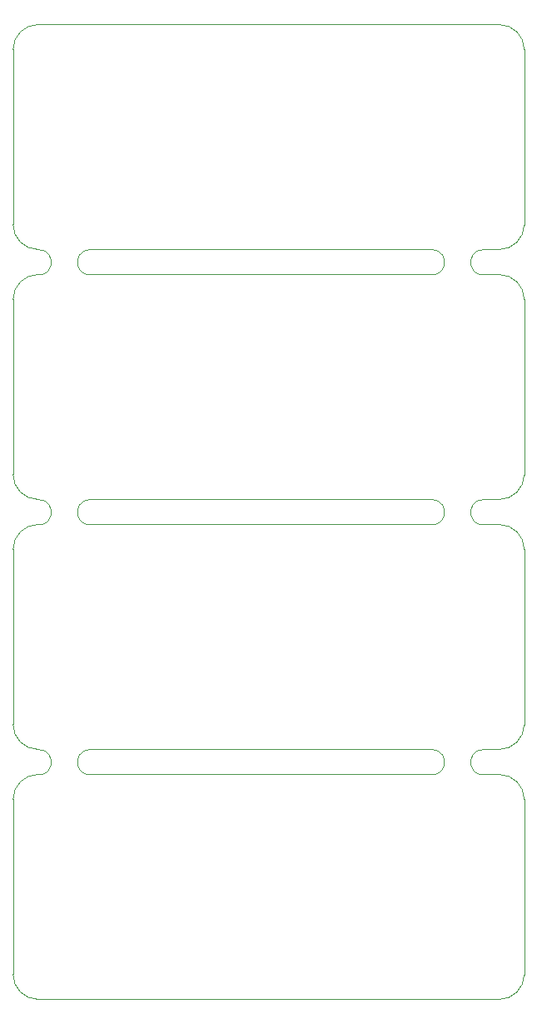
<source format=gbr>
G04 #@! TF.GenerationSoftware,KiCad,Pcbnew,(5.1.2)-1*
G04 #@! TF.CreationDate,2019-07-17T11:56:10+10:00*
G04 #@! TF.ProjectId,output.panel,6f757470-7574-42e7-9061-6e656c2e6b69,rev?*
G04 #@! TF.SameCoordinates,Original*
G04 #@! TF.FileFunction,Profile,NP*
%FSLAX46Y46*%
G04 Gerber Fmt 4.6, Leading zero omitted, Abs format (unit mm)*
G04 Created by KiCad (PCBNEW (5.1.2)-1) date 2019-07-17 11:56:10*
%MOMM*%
%LPD*%
G04 APERTURE LIST*
%ADD10C,0.050000*%
%ADD11C,0.100000*%
G04 APERTURE END LIST*
D10*
X95272201Y-146685001D02*
X48365001Y-146685001D01*
X48365001Y-47625001D02*
X95272201Y-47625001D01*
D11*
X48499997Y-121285001D02*
X48365001Y-121285001D01*
X48499997Y-123825001D02*
X48365001Y-123825001D01*
X48499997Y-123825001D02*
X48599650Y-123816675D01*
X48499997Y-121285001D02*
X48599650Y-121293327D01*
X48599650Y-123816675D02*
X48698264Y-123800081D01*
X48599650Y-121293327D02*
X48698264Y-121309921D01*
X48698264Y-123800081D02*
X48795154Y-123775334D01*
X48698264Y-121309921D02*
X48795154Y-121334668D01*
X48795154Y-123775334D02*
X48889647Y-123742606D01*
X48795154Y-121334668D02*
X48889647Y-121367396D01*
X48889647Y-123742606D02*
X48981087Y-123702124D01*
X48889647Y-121367396D02*
X48981087Y-121407878D01*
X48981087Y-123702124D02*
X49068839Y-123654169D01*
X48981087Y-121407878D02*
X49068839Y-121455833D01*
X49068839Y-123654169D02*
X49152294Y-123599074D01*
X49068839Y-121455833D02*
X49152294Y-121510928D01*
X49152294Y-123599074D02*
X49230872Y-123537222D01*
X49152294Y-121510928D02*
X49230872Y-121572780D01*
X49230872Y-123537222D02*
X49304027Y-123469042D01*
X49230872Y-121572780D02*
X49304027Y-121640960D01*
X49304027Y-123469042D02*
X49371251Y-123395008D01*
X49304027Y-121640960D02*
X49371251Y-121714994D01*
X49371251Y-123395008D02*
X49432077Y-123315634D01*
X49371251Y-121714994D02*
X49432077Y-121794368D01*
X49432077Y-123315634D02*
X49486083Y-123231471D01*
X49432077Y-121794368D02*
X49486083Y-121878531D01*
X49486083Y-123231471D02*
X49532894Y-123143104D01*
X49486083Y-121878531D02*
X49532894Y-121966898D01*
X49532894Y-123143104D02*
X49572185Y-123051146D01*
X49532894Y-121966898D02*
X49572185Y-122058856D01*
X49572185Y-123051146D02*
X49603683Y-122956236D01*
X49572185Y-122058856D02*
X49603683Y-122153766D01*
X49603683Y-122956236D02*
X49627169Y-122859033D01*
X49603683Y-122153766D02*
X49627169Y-122250969D01*
X49627169Y-122859033D02*
X49642480Y-122760212D01*
X49627169Y-122250969D02*
X49642480Y-122349790D01*
X49642480Y-122760212D02*
X49649510Y-122660459D01*
X49642480Y-122349790D02*
X49649510Y-122449543D01*
X49649510Y-122449543D02*
X49649510Y-122660459D01*
X53500050Y-123825001D02*
X53400397Y-123816675D01*
X53500050Y-121285001D02*
X53400397Y-121293327D01*
X53400397Y-123816675D02*
X53301783Y-123800081D01*
X53400397Y-121293327D02*
X53301783Y-121309921D01*
X53301783Y-123800081D02*
X53204893Y-123775334D01*
X53301783Y-121309921D02*
X53204893Y-121334668D01*
X53204893Y-123775334D02*
X53110400Y-123742606D01*
X53204893Y-121334668D02*
X53110400Y-121367396D01*
X53110400Y-123742606D02*
X53018960Y-123702124D01*
X53110400Y-121367396D02*
X53018960Y-121407878D01*
X53018960Y-123702124D02*
X52931208Y-123654169D01*
X53018960Y-121407878D02*
X52931208Y-121455833D01*
X52931208Y-123654169D02*
X52847753Y-123599074D01*
X52931208Y-121455833D02*
X52847753Y-121510928D01*
X52847753Y-123599074D02*
X52769175Y-123537222D01*
X52847753Y-121510928D02*
X52769175Y-121572780D01*
X52769175Y-123537222D02*
X52696020Y-123469042D01*
X52769175Y-121572780D02*
X52696020Y-121640960D01*
X52696020Y-123469042D02*
X52628796Y-123395008D01*
X52696020Y-121640960D02*
X52628796Y-121714994D01*
X52628796Y-123395008D02*
X52567970Y-123315634D01*
X52628796Y-121714994D02*
X52567970Y-121794368D01*
X52567970Y-123315634D02*
X52513964Y-123231471D01*
X52567970Y-121794368D02*
X52513964Y-121878531D01*
X52513964Y-123231471D02*
X52467153Y-123143104D01*
X52513964Y-121878531D02*
X52467153Y-121966898D01*
X52467153Y-123143104D02*
X52427862Y-123051146D01*
X52467153Y-121966898D02*
X52427862Y-122058856D01*
X52427862Y-123051146D02*
X52396364Y-122956236D01*
X52427862Y-122058856D02*
X52396364Y-122153766D01*
X52396364Y-122956236D02*
X52372878Y-122859033D01*
X52396364Y-122153766D02*
X52372878Y-122250969D01*
X52372878Y-122859033D02*
X52357567Y-122760212D01*
X52372878Y-122250969D02*
X52357567Y-122349790D01*
X52357567Y-122760212D02*
X52350537Y-122660459D01*
X52357567Y-122349790D02*
X52350537Y-122449543D01*
X52350537Y-122449543D02*
X52350537Y-122660459D01*
X48499997Y-95885001D02*
X48365001Y-95885001D01*
X48499997Y-98425001D02*
X48365001Y-98425001D01*
X48499997Y-98425001D02*
X48599650Y-98416675D01*
X48499997Y-95885001D02*
X48599650Y-95893327D01*
X48599650Y-98416675D02*
X48698264Y-98400081D01*
X48599650Y-95893327D02*
X48698264Y-95909921D01*
X48698264Y-98400081D02*
X48795154Y-98375334D01*
X48698264Y-95909921D02*
X48795154Y-95934668D01*
X48795154Y-98375334D02*
X48889647Y-98342606D01*
X48795154Y-95934668D02*
X48889647Y-95967396D01*
X48889647Y-98342606D02*
X48981087Y-98302124D01*
X48889647Y-95967396D02*
X48981087Y-96007878D01*
X48981087Y-98302124D02*
X49068839Y-98254169D01*
X48981087Y-96007878D02*
X49068839Y-96055833D01*
X49068839Y-98254169D02*
X49152294Y-98199074D01*
X49068839Y-96055833D02*
X49152294Y-96110928D01*
X49152294Y-98199074D02*
X49230872Y-98137222D01*
X49152294Y-96110928D02*
X49230872Y-96172780D01*
X49230872Y-98137222D02*
X49304027Y-98069042D01*
X49230872Y-96172780D02*
X49304027Y-96240960D01*
X49304027Y-98069042D02*
X49371251Y-97995008D01*
X49304027Y-96240960D02*
X49371251Y-96314994D01*
X49371251Y-97995008D02*
X49432077Y-97915634D01*
X49371251Y-96314994D02*
X49432077Y-96394368D01*
X49432077Y-97915634D02*
X49486083Y-97831471D01*
X49432077Y-96394368D02*
X49486083Y-96478531D01*
X49486083Y-97831471D02*
X49532894Y-97743104D01*
X49486083Y-96478531D02*
X49532894Y-96566898D01*
X49532894Y-97743104D02*
X49572185Y-97651146D01*
X49532894Y-96566898D02*
X49572185Y-96658856D01*
X49572185Y-97651146D02*
X49603683Y-97556236D01*
X49572185Y-96658856D02*
X49603683Y-96753766D01*
X49603683Y-97556236D02*
X49627169Y-97459033D01*
X49603683Y-96753766D02*
X49627169Y-96850969D01*
X49627169Y-97459033D02*
X49642480Y-97360212D01*
X49627169Y-96850969D02*
X49642480Y-96949790D01*
X49642480Y-97360212D02*
X49649510Y-97260459D01*
X49642480Y-96949790D02*
X49649510Y-97049543D01*
X49649510Y-97049543D02*
X49649510Y-97260459D01*
X53500050Y-98425001D02*
X53400397Y-98416675D01*
X53500050Y-95885001D02*
X53400397Y-95893327D01*
X53400397Y-98416675D02*
X53301783Y-98400081D01*
X53400397Y-95893327D02*
X53301783Y-95909921D01*
X53301783Y-98400081D02*
X53204893Y-98375334D01*
X53301783Y-95909921D02*
X53204893Y-95934668D01*
X53204893Y-98375334D02*
X53110400Y-98342606D01*
X53204893Y-95934668D02*
X53110400Y-95967396D01*
X53110400Y-98342606D02*
X53018960Y-98302124D01*
X53110400Y-95967396D02*
X53018960Y-96007878D01*
X53018960Y-98302124D02*
X52931208Y-98254169D01*
X53018960Y-96007878D02*
X52931208Y-96055833D01*
X52931208Y-98254169D02*
X52847753Y-98199074D01*
X52931208Y-96055833D02*
X52847753Y-96110928D01*
X52847753Y-98199074D02*
X52769175Y-98137222D01*
X52847753Y-96110928D02*
X52769175Y-96172780D01*
X52769175Y-98137222D02*
X52696020Y-98069042D01*
X52769175Y-96172780D02*
X52696020Y-96240960D01*
X52696020Y-98069042D02*
X52628796Y-97995008D01*
X52696020Y-96240960D02*
X52628796Y-96314994D01*
X52628796Y-97995008D02*
X52567970Y-97915634D01*
X52628796Y-96314994D02*
X52567970Y-96394368D01*
X52567970Y-97915634D02*
X52513964Y-97831471D01*
X52567970Y-96394368D02*
X52513964Y-96478531D01*
X52513964Y-97831471D02*
X52467153Y-97743104D01*
X52513964Y-96478531D02*
X52467153Y-96566898D01*
X52467153Y-97743104D02*
X52427862Y-97651146D01*
X52467153Y-96566898D02*
X52427862Y-96658856D01*
X52427862Y-97651146D02*
X52396364Y-97556236D01*
X52427862Y-96658856D02*
X52396364Y-96753766D01*
X52396364Y-97556236D02*
X52372878Y-97459033D01*
X52396364Y-96753766D02*
X52372878Y-96850969D01*
X52372878Y-97459033D02*
X52357567Y-97360212D01*
X52372878Y-96850969D02*
X52357567Y-96949790D01*
X52357567Y-97360212D02*
X52350537Y-97260459D01*
X52357567Y-96949790D02*
X52350537Y-97049543D01*
X52350537Y-97049543D02*
X52350537Y-97260459D01*
X88499972Y-121285001D02*
X53500050Y-121285001D01*
X93499995Y-121285001D02*
X95272201Y-121285001D01*
X88499972Y-123825001D02*
X53500050Y-123825001D01*
X93499995Y-123825001D02*
X95272201Y-123825001D01*
X88499972Y-123825001D02*
X88599625Y-123816675D01*
X88499972Y-121285001D02*
X88599625Y-121293327D01*
X88599625Y-123816675D02*
X88698239Y-123800081D01*
X88599625Y-121293327D02*
X88698239Y-121309921D01*
X88698239Y-123800081D02*
X88795129Y-123775334D01*
X88698239Y-121309921D02*
X88795129Y-121334668D01*
X88795129Y-123775334D02*
X88889622Y-123742606D01*
X88795129Y-121334668D02*
X88889622Y-121367396D01*
X88889622Y-123742606D02*
X88981062Y-123702124D01*
X88889622Y-121367396D02*
X88981062Y-121407878D01*
X88981062Y-123702124D02*
X89068814Y-123654169D01*
X88981062Y-121407878D02*
X89068814Y-121455833D01*
X89068814Y-123654169D02*
X89152269Y-123599074D01*
X89068814Y-121455833D02*
X89152269Y-121510928D01*
X89152269Y-123599074D02*
X89230847Y-123537222D01*
X89152269Y-121510928D02*
X89230847Y-121572780D01*
X89230847Y-123537222D02*
X89304002Y-123469042D01*
X89230847Y-121572780D02*
X89304002Y-121640960D01*
X89304002Y-123469042D02*
X89371226Y-123395008D01*
X89304002Y-121640960D02*
X89371226Y-121714994D01*
X89371226Y-123395008D02*
X89432052Y-123315634D01*
X89371226Y-121714994D02*
X89432052Y-121794368D01*
X89432052Y-123315634D02*
X89486058Y-123231471D01*
X89432052Y-121794368D02*
X89486058Y-121878531D01*
X89486058Y-123231471D02*
X89532869Y-123143104D01*
X89486058Y-121878531D02*
X89532869Y-121966898D01*
X89532869Y-123143104D02*
X89572160Y-123051146D01*
X89532869Y-121966898D02*
X89572160Y-122058856D01*
X89572160Y-123051146D02*
X89603658Y-122956236D01*
X89572160Y-122058856D02*
X89603658Y-122153766D01*
X89603658Y-122956236D02*
X89627144Y-122859033D01*
X89603658Y-122153766D02*
X89627144Y-122250969D01*
X89627144Y-122859033D02*
X89642455Y-122760212D01*
X89627144Y-122250969D02*
X89642455Y-122349790D01*
X89642455Y-122760212D02*
X89649485Y-122660459D01*
X89642455Y-122349790D02*
X89649485Y-122449543D01*
X89649485Y-122449543D02*
X89649485Y-122660459D01*
X93499995Y-123825001D02*
X93400342Y-123816675D01*
X93499995Y-121285001D02*
X93400342Y-121293327D01*
X93400342Y-123816675D02*
X93301728Y-123800081D01*
X93400342Y-121293327D02*
X93301728Y-121309921D01*
X93301728Y-123800081D02*
X93204838Y-123775334D01*
X93301728Y-121309921D02*
X93204838Y-121334668D01*
X93204838Y-123775334D02*
X93110345Y-123742606D01*
X93204838Y-121334668D02*
X93110345Y-121367396D01*
X93110345Y-123742606D02*
X93018905Y-123702124D01*
X93110345Y-121367396D02*
X93018905Y-121407878D01*
X93018905Y-123702124D02*
X92931153Y-123654169D01*
X93018905Y-121407878D02*
X92931153Y-121455833D01*
X92931153Y-123654169D02*
X92847698Y-123599074D01*
X92931153Y-121455833D02*
X92847698Y-121510928D01*
X92847698Y-123599074D02*
X92769120Y-123537222D01*
X92847698Y-121510928D02*
X92769120Y-121572780D01*
X92769120Y-123537222D02*
X92695965Y-123469042D01*
X92769120Y-121572780D02*
X92695965Y-121640960D01*
X92695965Y-123469042D02*
X92628741Y-123395008D01*
X92695965Y-121640960D02*
X92628741Y-121714994D01*
X92628741Y-123395008D02*
X92567915Y-123315634D01*
X92628741Y-121714994D02*
X92567915Y-121794368D01*
X92567915Y-123315634D02*
X92513909Y-123231471D01*
X92567915Y-121794368D02*
X92513909Y-121878531D01*
X92513909Y-123231471D02*
X92467098Y-123143104D01*
X92513909Y-121878531D02*
X92467098Y-121966898D01*
X92467098Y-123143104D02*
X92427807Y-123051146D01*
X92467098Y-121966898D02*
X92427807Y-122058856D01*
X92427807Y-123051146D02*
X92396309Y-122956236D01*
X92427807Y-122058856D02*
X92396309Y-122153766D01*
X92396309Y-122956236D02*
X92372823Y-122859033D01*
X92396309Y-122153766D02*
X92372823Y-122250969D01*
X92372823Y-122859033D02*
X92357512Y-122760212D01*
X92372823Y-122250969D02*
X92357512Y-122349790D01*
X92357512Y-122760212D02*
X92350482Y-122660459D01*
X92357512Y-122349790D02*
X92350482Y-122449543D01*
X92350482Y-122449543D02*
X92350482Y-122660459D01*
X88499972Y-95885001D02*
X53500050Y-95885001D01*
X93499995Y-95885001D02*
X95272201Y-95885001D01*
X88499972Y-98425001D02*
X53500050Y-98425001D01*
X93499995Y-98425001D02*
X95272201Y-98425001D01*
X88499972Y-98425001D02*
X88599625Y-98416675D01*
X88499972Y-95885001D02*
X88599625Y-95893327D01*
X88599625Y-98416675D02*
X88698239Y-98400081D01*
X88599625Y-95893327D02*
X88698239Y-95909921D01*
X88698239Y-98400081D02*
X88795129Y-98375334D01*
X88698239Y-95909921D02*
X88795129Y-95934668D01*
X88795129Y-98375334D02*
X88889622Y-98342606D01*
X88795129Y-95934668D02*
X88889622Y-95967396D01*
X88889622Y-98342606D02*
X88981062Y-98302124D01*
X88889622Y-95967396D02*
X88981062Y-96007878D01*
X88981062Y-98302124D02*
X89068814Y-98254169D01*
X88981062Y-96007878D02*
X89068814Y-96055833D01*
X89068814Y-98254169D02*
X89152269Y-98199074D01*
X89068814Y-96055833D02*
X89152269Y-96110928D01*
X89152269Y-98199074D02*
X89230847Y-98137222D01*
X89152269Y-96110928D02*
X89230847Y-96172780D01*
X89230847Y-98137222D02*
X89304002Y-98069042D01*
X89230847Y-96172780D02*
X89304002Y-96240960D01*
X89304002Y-98069042D02*
X89371226Y-97995008D01*
X89304002Y-96240960D02*
X89371226Y-96314994D01*
X89371226Y-97995008D02*
X89432052Y-97915634D01*
X89371226Y-96314994D02*
X89432052Y-96394368D01*
X89432052Y-97915634D02*
X89486058Y-97831471D01*
X89432052Y-96394368D02*
X89486058Y-96478531D01*
X89486058Y-97831471D02*
X89532869Y-97743104D01*
X89486058Y-96478531D02*
X89532869Y-96566898D01*
X89532869Y-97743104D02*
X89572160Y-97651146D01*
X89532869Y-96566898D02*
X89572160Y-96658856D01*
X89572160Y-97651146D02*
X89603658Y-97556236D01*
X89572160Y-96658856D02*
X89603658Y-96753766D01*
X89603658Y-97556236D02*
X89627144Y-97459033D01*
X89603658Y-96753766D02*
X89627144Y-96850969D01*
X89627144Y-97459033D02*
X89642455Y-97360212D01*
X89627144Y-96850969D02*
X89642455Y-96949790D01*
X89642455Y-97360212D02*
X89649485Y-97260459D01*
X89642455Y-96949790D02*
X89649485Y-97049543D01*
X89649485Y-97049543D02*
X89649485Y-97260459D01*
X93499995Y-98425001D02*
X93400342Y-98416675D01*
X93499995Y-95885001D02*
X93400342Y-95893327D01*
X93400342Y-98416675D02*
X93301728Y-98400081D01*
X93400342Y-95893327D02*
X93301728Y-95909921D01*
X93301728Y-98400081D02*
X93204838Y-98375334D01*
X93301728Y-95909921D02*
X93204838Y-95934668D01*
X93204838Y-98375334D02*
X93110345Y-98342606D01*
X93204838Y-95934668D02*
X93110345Y-95967396D01*
X93110345Y-98342606D02*
X93018905Y-98302124D01*
X93110345Y-95967396D02*
X93018905Y-96007878D01*
X93018905Y-98302124D02*
X92931153Y-98254169D01*
X93018905Y-96007878D02*
X92931153Y-96055833D01*
X92931153Y-98254169D02*
X92847698Y-98199074D01*
X92931153Y-96055833D02*
X92847698Y-96110928D01*
X92847698Y-98199074D02*
X92769120Y-98137222D01*
X92847698Y-96110928D02*
X92769120Y-96172780D01*
X92769120Y-98137222D02*
X92695965Y-98069042D01*
X92769120Y-96172780D02*
X92695965Y-96240960D01*
X92695965Y-98069042D02*
X92628741Y-97995008D01*
X92695965Y-96240960D02*
X92628741Y-96314994D01*
X92628741Y-97995008D02*
X92567915Y-97915634D01*
X92628741Y-96314994D02*
X92567915Y-96394368D01*
X92567915Y-97915634D02*
X92513909Y-97831471D01*
X92567915Y-96394368D02*
X92513909Y-96478531D01*
X92513909Y-97831471D02*
X92467098Y-97743104D01*
X92513909Y-96478531D02*
X92467098Y-96566898D01*
X92467098Y-97743104D02*
X92427807Y-97651146D01*
X92467098Y-96566898D02*
X92427807Y-96658856D01*
X92427807Y-97651146D02*
X92396309Y-97556236D01*
X92427807Y-96658856D02*
X92396309Y-96753766D01*
X92396309Y-97556236D02*
X92372823Y-97459033D01*
X92396309Y-96753766D02*
X92372823Y-96850969D01*
X92372823Y-97459033D02*
X92357512Y-97360212D01*
X92372823Y-96850969D02*
X92357512Y-96949790D01*
X92357512Y-97360212D02*
X92350482Y-97260459D01*
X92357512Y-96949790D02*
X92350482Y-97049543D01*
X92350482Y-97049543D02*
X92350482Y-97260459D01*
X48499997Y-70485001D02*
X48365001Y-70485001D01*
X48499997Y-73025001D02*
X48365001Y-73025001D01*
X48499997Y-73025001D02*
X48599650Y-73016675D01*
X48499997Y-70485001D02*
X48599650Y-70493327D01*
X48599650Y-73016675D02*
X48698264Y-73000081D01*
X48599650Y-70493327D02*
X48698264Y-70509921D01*
X48698264Y-73000081D02*
X48795154Y-72975334D01*
X48698264Y-70509921D02*
X48795154Y-70534668D01*
X48795154Y-72975334D02*
X48889647Y-72942606D01*
X48795154Y-70534668D02*
X48889647Y-70567396D01*
X48889647Y-72942606D02*
X48981087Y-72902124D01*
X48889647Y-70567396D02*
X48981087Y-70607878D01*
X48981087Y-72902124D02*
X49068839Y-72854169D01*
X48981087Y-70607878D02*
X49068839Y-70655833D01*
X49068839Y-72854169D02*
X49152294Y-72799074D01*
X49068839Y-70655833D02*
X49152294Y-70710928D01*
X49152294Y-72799074D02*
X49230872Y-72737222D01*
X49152294Y-70710928D02*
X49230872Y-70772780D01*
X49230872Y-72737222D02*
X49304027Y-72669042D01*
X49230872Y-70772780D02*
X49304027Y-70840960D01*
X49304027Y-72669042D02*
X49371251Y-72595008D01*
X49304027Y-70840960D02*
X49371251Y-70914994D01*
X49371251Y-72595008D02*
X49432077Y-72515634D01*
X49371251Y-70914994D02*
X49432077Y-70994368D01*
X49432077Y-72515634D02*
X49486083Y-72431471D01*
X49432077Y-70994368D02*
X49486083Y-71078531D01*
X49486083Y-72431471D02*
X49532894Y-72343104D01*
X49486083Y-71078531D02*
X49532894Y-71166898D01*
X49532894Y-72343104D02*
X49572185Y-72251146D01*
X49532894Y-71166898D02*
X49572185Y-71258856D01*
X49572185Y-72251146D02*
X49603683Y-72156236D01*
X49572185Y-71258856D02*
X49603683Y-71353766D01*
X49603683Y-72156236D02*
X49627169Y-72059033D01*
X49603683Y-71353766D02*
X49627169Y-71450969D01*
X49627169Y-72059033D02*
X49642480Y-71960212D01*
X49627169Y-71450969D02*
X49642480Y-71549790D01*
X49642480Y-71960212D02*
X49649510Y-71860459D01*
X49642480Y-71549790D02*
X49649510Y-71649543D01*
X49649510Y-71649543D02*
X49649510Y-71860459D01*
X53500050Y-73025001D02*
X53400397Y-73016675D01*
X53500050Y-70485001D02*
X53400397Y-70493327D01*
X53400397Y-73016675D02*
X53301783Y-73000081D01*
X53400397Y-70493327D02*
X53301783Y-70509921D01*
X53301783Y-73000081D02*
X53204893Y-72975334D01*
X53301783Y-70509921D02*
X53204893Y-70534668D01*
X53204893Y-72975334D02*
X53110400Y-72942606D01*
X53204893Y-70534668D02*
X53110400Y-70567396D01*
X53110400Y-72942606D02*
X53018960Y-72902124D01*
X53110400Y-70567396D02*
X53018960Y-70607878D01*
X53018960Y-72902124D02*
X52931208Y-72854169D01*
X53018960Y-70607878D02*
X52931208Y-70655833D01*
X52931208Y-72854169D02*
X52847753Y-72799074D01*
X52931208Y-70655833D02*
X52847753Y-70710928D01*
X52847753Y-72799074D02*
X52769175Y-72737222D01*
X52847753Y-70710928D02*
X52769175Y-70772780D01*
X52769175Y-72737222D02*
X52696020Y-72669042D01*
X52769175Y-70772780D02*
X52696020Y-70840960D01*
X52696020Y-72669042D02*
X52628796Y-72595008D01*
X52696020Y-70840960D02*
X52628796Y-70914994D01*
X52628796Y-72595008D02*
X52567970Y-72515634D01*
X52628796Y-70914994D02*
X52567970Y-70994368D01*
X52567970Y-72515634D02*
X52513964Y-72431471D01*
X52567970Y-70994368D02*
X52513964Y-71078531D01*
X52513964Y-72431471D02*
X52467153Y-72343104D01*
X52513964Y-71078531D02*
X52467153Y-71166898D01*
X52467153Y-72343104D02*
X52427862Y-72251146D01*
X52467153Y-71166898D02*
X52427862Y-71258856D01*
X52427862Y-72251146D02*
X52396364Y-72156236D01*
X52427862Y-71258856D02*
X52396364Y-71353766D01*
X52396364Y-72156236D02*
X52372878Y-72059033D01*
X52396364Y-71353766D02*
X52372878Y-71450969D01*
X52372878Y-72059033D02*
X52357567Y-71960212D01*
X52372878Y-71450969D02*
X52357567Y-71549790D01*
X52357567Y-71960212D02*
X52350537Y-71860459D01*
X52357567Y-71549790D02*
X52350537Y-71649543D01*
X52350537Y-71649543D02*
X52350537Y-71860459D01*
X88499972Y-70485001D02*
X53500050Y-70485001D01*
X93499995Y-70485001D02*
X95272201Y-70485001D01*
X88499972Y-73025001D02*
X53500050Y-73025001D01*
X93499995Y-73025001D02*
X95272201Y-73025001D01*
X88499972Y-73025001D02*
X88599625Y-73016675D01*
X88499972Y-70485001D02*
X88599625Y-70493327D01*
X88599625Y-73016675D02*
X88698239Y-73000081D01*
X88599625Y-70493327D02*
X88698239Y-70509921D01*
X88698239Y-73000081D02*
X88795129Y-72975334D01*
X88698239Y-70509921D02*
X88795129Y-70534668D01*
X88795129Y-72975334D02*
X88889622Y-72942606D01*
X88795129Y-70534668D02*
X88889622Y-70567396D01*
X88889622Y-72942606D02*
X88981062Y-72902124D01*
X88889622Y-70567396D02*
X88981062Y-70607878D01*
X88981062Y-72902124D02*
X89068814Y-72854169D01*
X88981062Y-70607878D02*
X89068814Y-70655833D01*
X89068814Y-72854169D02*
X89152269Y-72799074D01*
X89068814Y-70655833D02*
X89152269Y-70710928D01*
X89152269Y-72799074D02*
X89230847Y-72737222D01*
X89152269Y-70710928D02*
X89230847Y-70772780D01*
X89230847Y-72737222D02*
X89304002Y-72669042D01*
X89230847Y-70772780D02*
X89304002Y-70840960D01*
X89304002Y-72669042D02*
X89371226Y-72595008D01*
X89304002Y-70840960D02*
X89371226Y-70914994D01*
X89371226Y-72595008D02*
X89432052Y-72515634D01*
X89371226Y-70914994D02*
X89432052Y-70994368D01*
X89432052Y-72515634D02*
X89486058Y-72431471D01*
X89432052Y-70994368D02*
X89486058Y-71078531D01*
X89486058Y-72431471D02*
X89532869Y-72343104D01*
X89486058Y-71078531D02*
X89532869Y-71166898D01*
X89532869Y-72343104D02*
X89572160Y-72251146D01*
X89532869Y-71166898D02*
X89572160Y-71258856D01*
X89572160Y-72251146D02*
X89603658Y-72156236D01*
X89572160Y-71258856D02*
X89603658Y-71353766D01*
X89603658Y-72156236D02*
X89627144Y-72059033D01*
X89603658Y-71353766D02*
X89627144Y-71450969D01*
X89627144Y-72059033D02*
X89642455Y-71960212D01*
X89627144Y-71450969D02*
X89642455Y-71549790D01*
X89642455Y-71960212D02*
X89649485Y-71860459D01*
X89642455Y-71549790D02*
X89649485Y-71649543D01*
X89649485Y-71649543D02*
X89649485Y-71860459D01*
X93499995Y-73025001D02*
X93400342Y-73016675D01*
X93499995Y-70485001D02*
X93400342Y-70493327D01*
X93400342Y-73016675D02*
X93301728Y-73000081D01*
X93400342Y-70493327D02*
X93301728Y-70509921D01*
X93301728Y-73000081D02*
X93204838Y-72975334D01*
X93301728Y-70509921D02*
X93204838Y-70534668D01*
X93204838Y-72975334D02*
X93110345Y-72942606D01*
X93204838Y-70534668D02*
X93110345Y-70567396D01*
X93110345Y-72942606D02*
X93018905Y-72902124D01*
X93110345Y-70567396D02*
X93018905Y-70607878D01*
X93018905Y-72902124D02*
X92931153Y-72854169D01*
X93018905Y-70607878D02*
X92931153Y-70655833D01*
X92931153Y-72854169D02*
X92847698Y-72799074D01*
X92931153Y-70655833D02*
X92847698Y-70710928D01*
X92847698Y-72799074D02*
X92769120Y-72737222D01*
X92847698Y-70710928D02*
X92769120Y-70772780D01*
X92769120Y-72737222D02*
X92695965Y-72669042D01*
X92769120Y-70772780D02*
X92695965Y-70840960D01*
X92695965Y-72669042D02*
X92628741Y-72595008D01*
X92695965Y-70840960D02*
X92628741Y-70914994D01*
X92628741Y-72595008D02*
X92567915Y-72515634D01*
X92628741Y-70914994D02*
X92567915Y-70994368D01*
X92567915Y-72515634D02*
X92513909Y-72431471D01*
X92567915Y-70994368D02*
X92513909Y-71078531D01*
X92513909Y-72431471D02*
X92467098Y-72343104D01*
X92513909Y-71078531D02*
X92467098Y-71166898D01*
X92467098Y-72343104D02*
X92427807Y-72251146D01*
X92467098Y-71166898D02*
X92427807Y-71258856D01*
X92427807Y-72251146D02*
X92396309Y-72156236D01*
X92427807Y-71258856D02*
X92396309Y-71353766D01*
X92396309Y-72156236D02*
X92372823Y-72059033D01*
X92396309Y-71353766D02*
X92372823Y-71450969D01*
X92372823Y-72059033D02*
X92357512Y-71960212D01*
X92372823Y-71450969D02*
X92357512Y-71549790D01*
X92357512Y-71960212D02*
X92350482Y-71860459D01*
X92357512Y-71549790D02*
X92350482Y-71649543D01*
X92350482Y-71649543D02*
X92350482Y-71860459D01*
D10*
X97811733Y-144193763D02*
X97812201Y-126365001D01*
X45825001Y-126365001D02*
X45825001Y-144145001D01*
X97812201Y-126365001D02*
G75*
G03X95272201Y-123825001I-2540000J0D01*
G01*
X97811733Y-144193763D02*
G75*
G02X95272201Y-146685001I-2539532J48762D01*
G01*
X45825001Y-144145001D02*
G75*
G03X48365001Y-146685001I2540000J0D01*
G01*
X48365001Y-123825001D02*
G75*
G03X45825001Y-126365001I0J-2540000D01*
G01*
X97811733Y-118793763D02*
X97812201Y-100965001D01*
X45825001Y-100965001D02*
X45825001Y-118745001D01*
X97812201Y-100965001D02*
G75*
G03X95272201Y-98425001I-2540000J0D01*
G01*
X97811733Y-118793763D02*
G75*
G02X95272201Y-121285001I-2539532J48762D01*
G01*
X45825001Y-118745001D02*
G75*
G03X48365001Y-121285001I2540000J0D01*
G01*
X48365001Y-98425001D02*
G75*
G03X45825001Y-100965001I0J-2540000D01*
G01*
X97811733Y-93393763D02*
X97812201Y-75565001D01*
X45825001Y-75565001D02*
X45825001Y-93345001D01*
X97812201Y-75565001D02*
G75*
G03X95272201Y-73025001I-2540000J0D01*
G01*
X97811733Y-93393763D02*
G75*
G02X95272201Y-95885001I-2539532J48762D01*
G01*
X45825001Y-93345001D02*
G75*
G03X48365001Y-95885001I2540000J0D01*
G01*
X48365001Y-73025001D02*
G75*
G03X45825001Y-75565001I0J-2540000D01*
G01*
X48365001Y-47625001D02*
G75*
G03X45825001Y-50165001I0J-2540000D01*
G01*
X45825001Y-67945001D02*
G75*
G03X48365001Y-70485001I2540000J0D01*
G01*
X97811733Y-67993763D02*
G75*
G02X95272201Y-70485001I-2539532J48762D01*
G01*
X97812201Y-50165001D02*
G75*
G03X95272201Y-47625001I-2540000J0D01*
G01*
X45825001Y-50165001D02*
X45825001Y-67945001D01*
X97811733Y-67993763D02*
X97812201Y-50165001D01*
M02*

</source>
